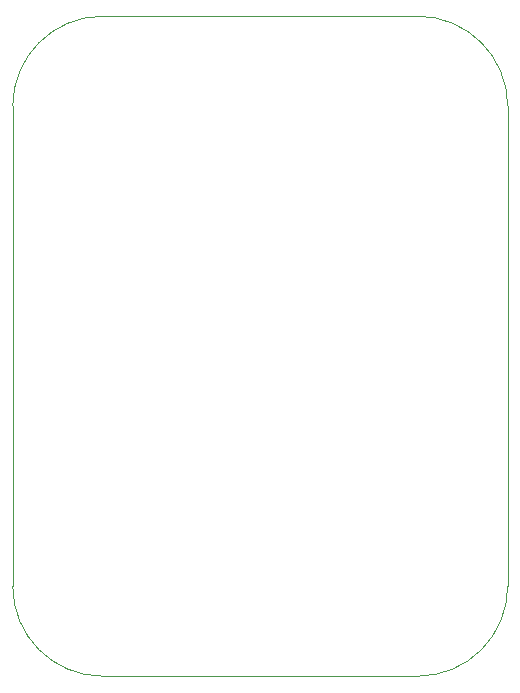
<source format=gbr>
%TF.GenerationSoftware,KiCad,Pcbnew,(5.1.10)-1*%
%TF.CreationDate,2021-09-14T14:21:24+02:00*%
%TF.ProjectId,BTS-LogicBoard,4254532d-4c6f-4676-9963-426f6172642e,rev?*%
%TF.SameCoordinates,Original*%
%TF.FileFunction,Profile,NP*%
%FSLAX46Y46*%
G04 Gerber Fmt 4.6, Leading zero omitted, Abs format (unit mm)*
G04 Created by KiCad (PCBNEW (5.1.10)-1) date 2021-09-14 14:21:24*
%MOMM*%
%LPD*%
G01*
G04 APERTURE LIST*
%TA.AperFunction,Profile*%
%ADD10C,0.050000*%
%TD*%
G04 APERTURE END LIST*
D10*
X111760000Y-114300000D02*
X111760000Y-73660000D01*
X119380000Y-121920000D02*
X146050000Y-121920000D01*
X153670000Y-114300000D02*
G75*
G02*
X146050000Y-121920000I-7620000J0D01*
G01*
X119380000Y-121920000D02*
G75*
G02*
X111760000Y-114300000I0J7620000D01*
G01*
X111760000Y-73660000D02*
G75*
G02*
X119380000Y-66040000I7620000J0D01*
G01*
X153670000Y-73660000D02*
X153670000Y-114300000D01*
X146050000Y-66040000D02*
X119380000Y-66040000D01*
X146050000Y-66040000D02*
G75*
G02*
X153670000Y-73660000I0J-7620000D01*
G01*
M02*

</source>
